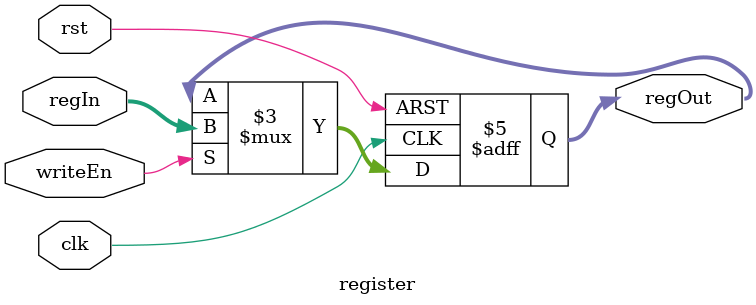
<source format=sv>
module register (
  input	clk, 
  input rst, 
  input writeEn,
  input [23:0] regIn,
  output reg [23:0] regOut = 0);

  always @ (posedge clk, posedge rst) begin
    if (rst) regOut <= 0;
    else if (writeEn) regOut <= regIn;
  end
endmodule // register
</source>
